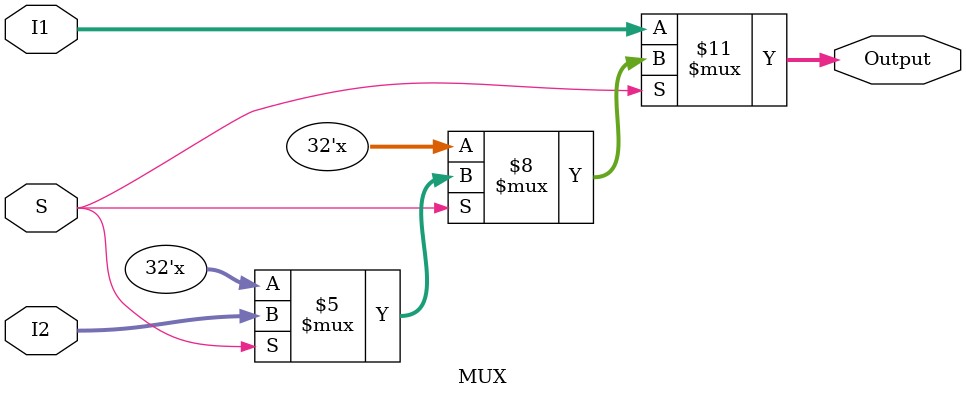
<source format=v>
`timescale 1ns / 1ps
module MUX(
    input [31:0] I1,
    input [31:0] I2,
    input S,
    output reg [31:0] Output
    );
	 
	 always @(I1 or I2 or S)
		begin			
			if(S == 0)
				Output = I1;
			else if(S == 1)
				Output = I2;
				
		end


endmodule

</source>
